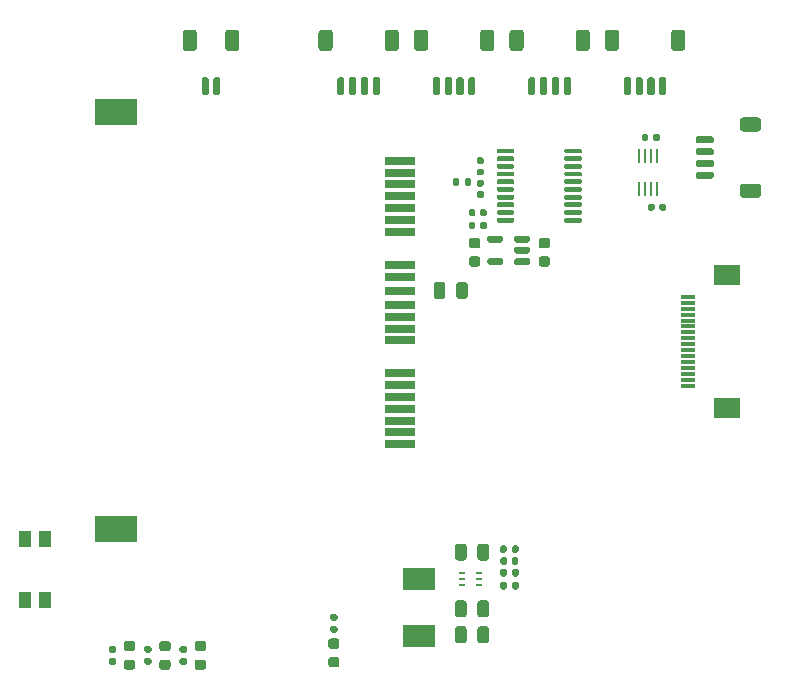
<source format=gbr>
G04 #@! TF.GenerationSoftware,KiCad,Pcbnew,(6.0.9)*
G04 #@! TF.CreationDate,2024-03-03T17:49:26-08:00*
G04 #@! TF.ProjectId,RPI5_CFE,52504935-5f43-4464-952e-6b696361645f,rev?*
G04 #@! TF.SameCoordinates,Original*
G04 #@! TF.FileFunction,Paste,Top*
G04 #@! TF.FilePolarity,Positive*
%FSLAX46Y46*%
G04 Gerber Fmt 4.6, Leading zero omitted, Abs format (unit mm)*
G04 Created by KiCad (PCBNEW (6.0.9)) date 2024-03-03 17:49:26*
%MOMM*%
%LPD*%
G01*
G04 APERTURE LIST*
%ADD10R,1.000000X1.450000*%
%ADD11R,2.790000X1.903000*%
%ADD12R,0.254000X1.168400*%
%ADD13R,2.500000X0.700000*%
%ADD14R,3.600000X2.200000*%
%ADD15R,1.300000X0.300000*%
%ADD16R,2.200000X1.800000*%
%ADD17R,0.609600X0.279400*%
G04 APERTURE END LIST*
G04 #@! TO.C,D3*
G36*
G01*
X13743750Y-52275000D02*
X14256250Y-52275000D01*
G75*
G02*
X14475000Y-52493750I0J-218750D01*
G01*
X14475000Y-52931250D01*
G75*
G02*
X14256250Y-53150000I-218750J0D01*
G01*
X13743750Y-53150000D01*
G75*
G02*
X13525000Y-52931250I0J218750D01*
G01*
X13525000Y-52493750D01*
G75*
G02*
X13743750Y-52275000I218750J0D01*
G01*
G37*
G36*
G01*
X13743750Y-53850000D02*
X14256250Y-53850000D01*
G75*
G02*
X14475000Y-54068750I0J-218750D01*
G01*
X14475000Y-54506250D01*
G75*
G02*
X14256250Y-54725000I-218750J0D01*
G01*
X13743750Y-54725000D01*
G75*
G02*
X13525000Y-54506250I0J218750D01*
G01*
X13525000Y-54068750D01*
G75*
G02*
X13743750Y-53850000I218750J0D01*
G01*
G37*
G04 #@! TD*
D10*
G04 #@! TO.C,SW1*
X2150000Y-43625000D03*
X2150000Y-48775000D03*
X3850000Y-43625000D03*
X3850000Y-48775000D03*
G04 #@! TD*
G04 #@! TO.C,R1*
G36*
G01*
X39930000Y-13215000D02*
X39930000Y-13585000D01*
G75*
G02*
X39795000Y-13720000I-135000J0D01*
G01*
X39525000Y-13720000D01*
G75*
G02*
X39390000Y-13585000I0J135000D01*
G01*
X39390000Y-13215000D01*
G75*
G02*
X39525000Y-13080000I135000J0D01*
G01*
X39795000Y-13080000D01*
G75*
G02*
X39930000Y-13215000I0J-135000D01*
G01*
G37*
G36*
G01*
X38910000Y-13215000D02*
X38910000Y-13585000D01*
G75*
G02*
X38775000Y-13720000I-135000J0D01*
G01*
X38505000Y-13720000D01*
G75*
G02*
X38370000Y-13585000I0J135000D01*
G01*
X38370000Y-13215000D01*
G75*
G02*
X38505000Y-13080000I135000J0D01*
G01*
X38775000Y-13080000D01*
G75*
G02*
X38910000Y-13215000I0J-135000D01*
G01*
G37*
G04 #@! TD*
G04 #@! TO.C,D4*
G36*
G01*
X28556250Y-54513750D02*
X28043750Y-54513750D01*
G75*
G02*
X27825000Y-54295000I0J218750D01*
G01*
X27825000Y-53857500D01*
G75*
G02*
X28043750Y-53638750I218750J0D01*
G01*
X28556250Y-53638750D01*
G75*
G02*
X28775000Y-53857500I0J-218750D01*
G01*
X28775000Y-54295000D01*
G75*
G02*
X28556250Y-54513750I-218750J0D01*
G01*
G37*
G36*
G01*
X28556250Y-52938750D02*
X28043750Y-52938750D01*
G75*
G02*
X27825000Y-52720000I0J218750D01*
G01*
X27825000Y-52282500D01*
G75*
G02*
X28043750Y-52063750I218750J0D01*
G01*
X28556250Y-52063750D01*
G75*
G02*
X28775000Y-52282500I0J-218750D01*
G01*
X28775000Y-52720000D01*
G75*
G02*
X28556250Y-52938750I-218750J0D01*
G01*
G37*
G04 #@! TD*
G04 #@! TO.C,J9*
G36*
G01*
X56450000Y-4675000D02*
X56450000Y-5925000D01*
G75*
G02*
X56300000Y-6075000I-150000J0D01*
G01*
X56000000Y-6075000D01*
G75*
G02*
X55850000Y-5925000I0J150000D01*
G01*
X55850000Y-4675000D01*
G75*
G02*
X56000000Y-4525000I150000J0D01*
G01*
X56300000Y-4525000D01*
G75*
G02*
X56450000Y-4675000I0J-150000D01*
G01*
G37*
G36*
G01*
X55450000Y-4675000D02*
X55450000Y-5925000D01*
G75*
G02*
X55300000Y-6075000I-150000J0D01*
G01*
X55000000Y-6075000D01*
G75*
G02*
X54850000Y-5925000I0J150000D01*
G01*
X54850000Y-4675000D01*
G75*
G02*
X55000000Y-4525000I150000J0D01*
G01*
X55300000Y-4525000D01*
G75*
G02*
X55450000Y-4675000I0J-150000D01*
G01*
G37*
G36*
G01*
X54450000Y-4675000D02*
X54450000Y-5925000D01*
G75*
G02*
X54300000Y-6075000I-150000J0D01*
G01*
X54000000Y-6075000D01*
G75*
G02*
X53850000Y-5925000I0J150000D01*
G01*
X53850000Y-4675000D01*
G75*
G02*
X54000000Y-4525000I150000J0D01*
G01*
X54300000Y-4525000D01*
G75*
G02*
X54450000Y-4675000I0J-150000D01*
G01*
G37*
G36*
G01*
X53450000Y-4675000D02*
X53450000Y-5925000D01*
G75*
G02*
X53300000Y-6075000I-150000J0D01*
G01*
X53000000Y-6075000D01*
G75*
G02*
X52850000Y-5925000I0J150000D01*
G01*
X52850000Y-4675000D01*
G75*
G02*
X53000000Y-4525000I150000J0D01*
G01*
X53300000Y-4525000D01*
G75*
G02*
X53450000Y-4675000I0J-150000D01*
G01*
G37*
G36*
G01*
X52450000Y-775000D02*
X52450000Y-2075000D01*
G75*
G02*
X52200000Y-2325000I-250000J0D01*
G01*
X51500000Y-2325000D01*
G75*
G02*
X51250000Y-2075000I0J250000D01*
G01*
X51250000Y-775000D01*
G75*
G02*
X51500000Y-525000I250000J0D01*
G01*
X52200000Y-525000D01*
G75*
G02*
X52450000Y-775000I0J-250000D01*
G01*
G37*
G36*
G01*
X58050000Y-775000D02*
X58050000Y-2075000D01*
G75*
G02*
X57800000Y-2325000I-250000J0D01*
G01*
X57100000Y-2325000D01*
G75*
G02*
X56850000Y-2075000I0J250000D01*
G01*
X56850000Y-775000D01*
G75*
G02*
X57100000Y-525000I250000J0D01*
G01*
X57800000Y-525000D01*
G75*
G02*
X58050000Y-775000I0J-250000D01*
G01*
G37*
G04 #@! TD*
G04 #@! TO.C,D1*
G36*
G01*
X10743750Y-52275000D02*
X11256250Y-52275000D01*
G75*
G02*
X11475000Y-52493750I0J-218750D01*
G01*
X11475000Y-52931250D01*
G75*
G02*
X11256250Y-53150000I-218750J0D01*
G01*
X10743750Y-53150000D01*
G75*
G02*
X10525000Y-52931250I0J218750D01*
G01*
X10525000Y-52493750D01*
G75*
G02*
X10743750Y-52275000I218750J0D01*
G01*
G37*
G36*
G01*
X10743750Y-53850000D02*
X11256250Y-53850000D01*
G75*
G02*
X11475000Y-54068750I0J-218750D01*
G01*
X11475000Y-54506250D01*
G75*
G02*
X11256250Y-54725000I-218750J0D01*
G01*
X10743750Y-54725000D01*
G75*
G02*
X10525000Y-54506250I0J218750D01*
G01*
X10525000Y-54068750D01*
G75*
G02*
X10743750Y-53850000I218750J0D01*
G01*
G37*
G04 #@! TD*
G04 #@! TO.C,D2*
G36*
G01*
X16743750Y-52275000D02*
X17256250Y-52275000D01*
G75*
G02*
X17475000Y-52493750I0J-218750D01*
G01*
X17475000Y-52931250D01*
G75*
G02*
X17256250Y-53150000I-218750J0D01*
G01*
X16743750Y-53150000D01*
G75*
G02*
X16525000Y-52931250I0J218750D01*
G01*
X16525000Y-52493750D01*
G75*
G02*
X16743750Y-52275000I218750J0D01*
G01*
G37*
G36*
G01*
X16743750Y-53850000D02*
X17256250Y-53850000D01*
G75*
G02*
X17475000Y-54068750I0J-218750D01*
G01*
X17475000Y-54506250D01*
G75*
G02*
X17256250Y-54725000I-218750J0D01*
G01*
X16743750Y-54725000D01*
G75*
G02*
X16525000Y-54506250I0J218750D01*
G01*
X16525000Y-54068750D01*
G75*
G02*
X16743750Y-53850000I218750J0D01*
G01*
G37*
G04 #@! TD*
G04 #@! TO.C,R3*
G36*
G01*
X42389300Y-44685000D02*
X42389300Y-44315000D01*
G75*
G02*
X42524300Y-44180000I135000J0D01*
G01*
X42794300Y-44180000D01*
G75*
G02*
X42929300Y-44315000I0J-135000D01*
G01*
X42929300Y-44685000D01*
G75*
G02*
X42794300Y-44820000I-135000J0D01*
G01*
X42524300Y-44820000D01*
G75*
G02*
X42389300Y-44685000I0J135000D01*
G01*
G37*
G36*
G01*
X43409300Y-44685000D02*
X43409300Y-44315000D01*
G75*
G02*
X43544300Y-44180000I135000J0D01*
G01*
X43814300Y-44180000D01*
G75*
G02*
X43949300Y-44315000I0J-135000D01*
G01*
X43949300Y-44685000D01*
G75*
G02*
X43814300Y-44820000I-135000J0D01*
G01*
X43544300Y-44820000D01*
G75*
G02*
X43409300Y-44685000I0J135000D01*
G01*
G37*
G04 #@! TD*
G04 #@! TO.C,C8*
G36*
G01*
X39650000Y-22125000D02*
X39650000Y-23075000D01*
G75*
G02*
X39400000Y-23325000I-250000J0D01*
G01*
X38900000Y-23325000D01*
G75*
G02*
X38650000Y-23075000I0J250000D01*
G01*
X38650000Y-22125000D01*
G75*
G02*
X38900000Y-21875000I250000J0D01*
G01*
X39400000Y-21875000D01*
G75*
G02*
X39650000Y-22125000I0J-250000D01*
G01*
G37*
G36*
G01*
X37750000Y-22125000D02*
X37750000Y-23075000D01*
G75*
G02*
X37500000Y-23325000I-250000J0D01*
G01*
X37000000Y-23325000D01*
G75*
G02*
X36750000Y-23075000I0J250000D01*
G01*
X36750000Y-22125000D01*
G75*
G02*
X37000000Y-21875000I250000J0D01*
G01*
X37500000Y-21875000D01*
G75*
G02*
X37750000Y-22125000I0J-250000D01*
G01*
G37*
G04 #@! TD*
G04 #@! TO.C,J6*
G36*
G01*
X32200000Y-4675000D02*
X32200000Y-5925000D01*
G75*
G02*
X32050000Y-6075000I-150000J0D01*
G01*
X31750000Y-6075000D01*
G75*
G02*
X31600000Y-5925000I0J150000D01*
G01*
X31600000Y-4675000D01*
G75*
G02*
X31750000Y-4525000I150000J0D01*
G01*
X32050000Y-4525000D01*
G75*
G02*
X32200000Y-4675000I0J-150000D01*
G01*
G37*
G36*
G01*
X31200000Y-4675000D02*
X31200000Y-5925000D01*
G75*
G02*
X31050000Y-6075000I-150000J0D01*
G01*
X30750000Y-6075000D01*
G75*
G02*
X30600000Y-5925000I0J150000D01*
G01*
X30600000Y-4675000D01*
G75*
G02*
X30750000Y-4525000I150000J0D01*
G01*
X31050000Y-4525000D01*
G75*
G02*
X31200000Y-4675000I0J-150000D01*
G01*
G37*
G36*
G01*
X30200000Y-4675000D02*
X30200000Y-5925000D01*
G75*
G02*
X30050000Y-6075000I-150000J0D01*
G01*
X29750000Y-6075000D01*
G75*
G02*
X29600000Y-5925000I0J150000D01*
G01*
X29600000Y-4675000D01*
G75*
G02*
X29750000Y-4525000I150000J0D01*
G01*
X30050000Y-4525000D01*
G75*
G02*
X30200000Y-4675000I0J-150000D01*
G01*
G37*
G36*
G01*
X29200000Y-4675000D02*
X29200000Y-5925000D01*
G75*
G02*
X29050000Y-6075000I-150000J0D01*
G01*
X28750000Y-6075000D01*
G75*
G02*
X28600000Y-5925000I0J150000D01*
G01*
X28600000Y-4675000D01*
G75*
G02*
X28750000Y-4525000I150000J0D01*
G01*
X29050000Y-4525000D01*
G75*
G02*
X29200000Y-4675000I0J-150000D01*
G01*
G37*
G36*
G01*
X28200000Y-775000D02*
X28200000Y-2075000D01*
G75*
G02*
X27950000Y-2325000I-250000J0D01*
G01*
X27250000Y-2325000D01*
G75*
G02*
X27000000Y-2075000I0J250000D01*
G01*
X27000000Y-775000D01*
G75*
G02*
X27250000Y-525000I250000J0D01*
G01*
X27950000Y-525000D01*
G75*
G02*
X28200000Y-775000I0J-250000D01*
G01*
G37*
G36*
G01*
X33800000Y-775000D02*
X33800000Y-2075000D01*
G75*
G02*
X33550000Y-2325000I-250000J0D01*
G01*
X32850000Y-2325000D01*
G75*
G02*
X32600000Y-2075000I0J250000D01*
G01*
X32600000Y-775000D01*
G75*
G02*
X32850000Y-525000I250000J0D01*
G01*
X33550000Y-525000D01*
G75*
G02*
X33800000Y-775000I0J-250000D01*
G01*
G37*
G04 #@! TD*
G04 #@! TO.C,R7*
G36*
G01*
X28115000Y-50008750D02*
X28485000Y-50008750D01*
G75*
G02*
X28620000Y-50143750I0J-135000D01*
G01*
X28620000Y-50413750D01*
G75*
G02*
X28485000Y-50548750I-135000J0D01*
G01*
X28115000Y-50548750D01*
G75*
G02*
X27980000Y-50413750I0J135000D01*
G01*
X27980000Y-50143750D01*
G75*
G02*
X28115000Y-50008750I135000J0D01*
G01*
G37*
G36*
G01*
X28115000Y-51028750D02*
X28485000Y-51028750D01*
G75*
G02*
X28620000Y-51163750I0J-135000D01*
G01*
X28620000Y-51433750D01*
G75*
G02*
X28485000Y-51568750I-135000J0D01*
G01*
X28115000Y-51568750D01*
G75*
G02*
X27980000Y-51433750I0J135000D01*
G01*
X27980000Y-51163750D01*
G75*
G02*
X28115000Y-51028750I135000J0D01*
G01*
G37*
G04 #@! TD*
G04 #@! TO.C,R6*
G36*
G01*
X12365000Y-52720000D02*
X12735000Y-52720000D01*
G75*
G02*
X12870000Y-52855000I0J-135000D01*
G01*
X12870000Y-53125000D01*
G75*
G02*
X12735000Y-53260000I-135000J0D01*
G01*
X12365000Y-53260000D01*
G75*
G02*
X12230000Y-53125000I0J135000D01*
G01*
X12230000Y-52855000D01*
G75*
G02*
X12365000Y-52720000I135000J0D01*
G01*
G37*
G36*
G01*
X12365000Y-53740000D02*
X12735000Y-53740000D01*
G75*
G02*
X12870000Y-53875000I0J-135000D01*
G01*
X12870000Y-54145000D01*
G75*
G02*
X12735000Y-54280000I-135000J0D01*
G01*
X12365000Y-54280000D01*
G75*
G02*
X12230000Y-54145000I0J135000D01*
G01*
X12230000Y-53875000D01*
G75*
G02*
X12365000Y-53740000I135000J0D01*
G01*
G37*
G04 #@! TD*
D11*
G04 #@! TO.C,L1*
X35500000Y-47023500D03*
X35500000Y-51876500D03*
G04 #@! TD*
G04 #@! TO.C,C11*
G36*
G01*
X40470000Y-20595000D02*
X39970000Y-20595000D01*
G75*
G02*
X39745000Y-20370000I0J225000D01*
G01*
X39745000Y-19920000D01*
G75*
G02*
X39970000Y-19695000I225000J0D01*
G01*
X40470000Y-19695000D01*
G75*
G02*
X40695000Y-19920000I0J-225000D01*
G01*
X40695000Y-20370000D01*
G75*
G02*
X40470000Y-20595000I-225000J0D01*
G01*
G37*
G36*
G01*
X40470000Y-19045000D02*
X39970000Y-19045000D01*
G75*
G02*
X39745000Y-18820000I0J225000D01*
G01*
X39745000Y-18370000D01*
G75*
G02*
X39970000Y-18145000I225000J0D01*
G01*
X40470000Y-18145000D01*
G75*
G02*
X40695000Y-18370000I0J-225000D01*
G01*
X40695000Y-18820000D01*
G75*
G02*
X40470000Y-19045000I-225000J0D01*
G01*
G37*
G04 #@! TD*
G04 #@! TO.C,U2*
G36*
G01*
X42087500Y-10900000D02*
X42087500Y-10700000D01*
G75*
G02*
X42187500Y-10600000I100000J0D01*
G01*
X43462500Y-10600000D01*
G75*
G02*
X43562500Y-10700000I0J-100000D01*
G01*
X43562500Y-10900000D01*
G75*
G02*
X43462500Y-11000000I-100000J0D01*
G01*
X42187500Y-11000000D01*
G75*
G02*
X42087500Y-10900000I0J100000D01*
G01*
G37*
G36*
G01*
X42087500Y-11550000D02*
X42087500Y-11350000D01*
G75*
G02*
X42187500Y-11250000I100000J0D01*
G01*
X43462500Y-11250000D01*
G75*
G02*
X43562500Y-11350000I0J-100000D01*
G01*
X43562500Y-11550000D01*
G75*
G02*
X43462500Y-11650000I-100000J0D01*
G01*
X42187500Y-11650000D01*
G75*
G02*
X42087500Y-11550000I0J100000D01*
G01*
G37*
G36*
G01*
X42087500Y-12200000D02*
X42087500Y-12000000D01*
G75*
G02*
X42187500Y-11900000I100000J0D01*
G01*
X43462500Y-11900000D01*
G75*
G02*
X43562500Y-12000000I0J-100000D01*
G01*
X43562500Y-12200000D01*
G75*
G02*
X43462500Y-12300000I-100000J0D01*
G01*
X42187500Y-12300000D01*
G75*
G02*
X42087500Y-12200000I0J100000D01*
G01*
G37*
G36*
G01*
X42087500Y-12850000D02*
X42087500Y-12650000D01*
G75*
G02*
X42187500Y-12550000I100000J0D01*
G01*
X43462500Y-12550000D01*
G75*
G02*
X43562500Y-12650000I0J-100000D01*
G01*
X43562500Y-12850000D01*
G75*
G02*
X43462500Y-12950000I-100000J0D01*
G01*
X42187500Y-12950000D01*
G75*
G02*
X42087500Y-12850000I0J100000D01*
G01*
G37*
G36*
G01*
X42087500Y-13500000D02*
X42087500Y-13300000D01*
G75*
G02*
X42187500Y-13200000I100000J0D01*
G01*
X43462500Y-13200000D01*
G75*
G02*
X43562500Y-13300000I0J-100000D01*
G01*
X43562500Y-13500000D01*
G75*
G02*
X43462500Y-13600000I-100000J0D01*
G01*
X42187500Y-13600000D01*
G75*
G02*
X42087500Y-13500000I0J100000D01*
G01*
G37*
G36*
G01*
X42087500Y-14150000D02*
X42087500Y-13950000D01*
G75*
G02*
X42187500Y-13850000I100000J0D01*
G01*
X43462500Y-13850000D01*
G75*
G02*
X43562500Y-13950000I0J-100000D01*
G01*
X43562500Y-14150000D01*
G75*
G02*
X43462500Y-14250000I-100000J0D01*
G01*
X42187500Y-14250000D01*
G75*
G02*
X42087500Y-14150000I0J100000D01*
G01*
G37*
G36*
G01*
X42087500Y-14800000D02*
X42087500Y-14600000D01*
G75*
G02*
X42187500Y-14500000I100000J0D01*
G01*
X43462500Y-14500000D01*
G75*
G02*
X43562500Y-14600000I0J-100000D01*
G01*
X43562500Y-14800000D01*
G75*
G02*
X43462500Y-14900000I-100000J0D01*
G01*
X42187500Y-14900000D01*
G75*
G02*
X42087500Y-14800000I0J100000D01*
G01*
G37*
G36*
G01*
X42087500Y-15450000D02*
X42087500Y-15250000D01*
G75*
G02*
X42187500Y-15150000I100000J0D01*
G01*
X43462500Y-15150000D01*
G75*
G02*
X43562500Y-15250000I0J-100000D01*
G01*
X43562500Y-15450000D01*
G75*
G02*
X43462500Y-15550000I-100000J0D01*
G01*
X42187500Y-15550000D01*
G75*
G02*
X42087500Y-15450000I0J100000D01*
G01*
G37*
G36*
G01*
X42087500Y-16100000D02*
X42087500Y-15900000D01*
G75*
G02*
X42187500Y-15800000I100000J0D01*
G01*
X43462500Y-15800000D01*
G75*
G02*
X43562500Y-15900000I0J-100000D01*
G01*
X43562500Y-16100000D01*
G75*
G02*
X43462500Y-16200000I-100000J0D01*
G01*
X42187500Y-16200000D01*
G75*
G02*
X42087500Y-16100000I0J100000D01*
G01*
G37*
G36*
G01*
X42087500Y-16750000D02*
X42087500Y-16550000D01*
G75*
G02*
X42187500Y-16450000I100000J0D01*
G01*
X43462500Y-16450000D01*
G75*
G02*
X43562500Y-16550000I0J-100000D01*
G01*
X43562500Y-16750000D01*
G75*
G02*
X43462500Y-16850000I-100000J0D01*
G01*
X42187500Y-16850000D01*
G75*
G02*
X42087500Y-16750000I0J100000D01*
G01*
G37*
G36*
G01*
X47812500Y-16750000D02*
X47812500Y-16550000D01*
G75*
G02*
X47912500Y-16450000I100000J0D01*
G01*
X49187500Y-16450000D01*
G75*
G02*
X49287500Y-16550000I0J-100000D01*
G01*
X49287500Y-16750000D01*
G75*
G02*
X49187500Y-16850000I-100000J0D01*
G01*
X47912500Y-16850000D01*
G75*
G02*
X47812500Y-16750000I0J100000D01*
G01*
G37*
G36*
G01*
X47812500Y-16100000D02*
X47812500Y-15900000D01*
G75*
G02*
X47912500Y-15800000I100000J0D01*
G01*
X49187500Y-15800000D01*
G75*
G02*
X49287500Y-15900000I0J-100000D01*
G01*
X49287500Y-16100000D01*
G75*
G02*
X49187500Y-16200000I-100000J0D01*
G01*
X47912500Y-16200000D01*
G75*
G02*
X47812500Y-16100000I0J100000D01*
G01*
G37*
G36*
G01*
X47812500Y-15450000D02*
X47812500Y-15250000D01*
G75*
G02*
X47912500Y-15150000I100000J0D01*
G01*
X49187500Y-15150000D01*
G75*
G02*
X49287500Y-15250000I0J-100000D01*
G01*
X49287500Y-15450000D01*
G75*
G02*
X49187500Y-15550000I-100000J0D01*
G01*
X47912500Y-15550000D01*
G75*
G02*
X47812500Y-15450000I0J100000D01*
G01*
G37*
G36*
G01*
X47812500Y-14800000D02*
X47812500Y-14600000D01*
G75*
G02*
X47912500Y-14500000I100000J0D01*
G01*
X49187500Y-14500000D01*
G75*
G02*
X49287500Y-14600000I0J-100000D01*
G01*
X49287500Y-14800000D01*
G75*
G02*
X49187500Y-14900000I-100000J0D01*
G01*
X47912500Y-14900000D01*
G75*
G02*
X47812500Y-14800000I0J100000D01*
G01*
G37*
G36*
G01*
X47812500Y-14150000D02*
X47812500Y-13950000D01*
G75*
G02*
X47912500Y-13850000I100000J0D01*
G01*
X49187500Y-13850000D01*
G75*
G02*
X49287500Y-13950000I0J-100000D01*
G01*
X49287500Y-14150000D01*
G75*
G02*
X49187500Y-14250000I-100000J0D01*
G01*
X47912500Y-14250000D01*
G75*
G02*
X47812500Y-14150000I0J100000D01*
G01*
G37*
G36*
G01*
X47812500Y-13500000D02*
X47812500Y-13300000D01*
G75*
G02*
X47912500Y-13200000I100000J0D01*
G01*
X49187500Y-13200000D01*
G75*
G02*
X49287500Y-13300000I0J-100000D01*
G01*
X49287500Y-13500000D01*
G75*
G02*
X49187500Y-13600000I-100000J0D01*
G01*
X47912500Y-13600000D01*
G75*
G02*
X47812500Y-13500000I0J100000D01*
G01*
G37*
G36*
G01*
X47812500Y-12850000D02*
X47812500Y-12650000D01*
G75*
G02*
X47912500Y-12550000I100000J0D01*
G01*
X49187500Y-12550000D01*
G75*
G02*
X49287500Y-12650000I0J-100000D01*
G01*
X49287500Y-12850000D01*
G75*
G02*
X49187500Y-12950000I-100000J0D01*
G01*
X47912500Y-12950000D01*
G75*
G02*
X47812500Y-12850000I0J100000D01*
G01*
G37*
G36*
G01*
X47812500Y-12200000D02*
X47812500Y-12000000D01*
G75*
G02*
X47912500Y-11900000I100000J0D01*
G01*
X49187500Y-11900000D01*
G75*
G02*
X49287500Y-12000000I0J-100000D01*
G01*
X49287500Y-12200000D01*
G75*
G02*
X49187500Y-12300000I-100000J0D01*
G01*
X47912500Y-12300000D01*
G75*
G02*
X47812500Y-12200000I0J100000D01*
G01*
G37*
G36*
G01*
X47812500Y-11550000D02*
X47812500Y-11350000D01*
G75*
G02*
X47912500Y-11250000I100000J0D01*
G01*
X49187500Y-11250000D01*
G75*
G02*
X49287500Y-11350000I0J-100000D01*
G01*
X49287500Y-11550000D01*
G75*
G02*
X49187500Y-11650000I-100000J0D01*
G01*
X47912500Y-11650000D01*
G75*
G02*
X47812500Y-11550000I0J100000D01*
G01*
G37*
G36*
G01*
X47812500Y-10900000D02*
X47812500Y-10700000D01*
G75*
G02*
X47912500Y-10600000I100000J0D01*
G01*
X49187500Y-10600000D01*
G75*
G02*
X49287500Y-10700000I0J-100000D01*
G01*
X49287500Y-10900000D01*
G75*
G02*
X49187500Y-11000000I-100000J0D01*
G01*
X47912500Y-11000000D01*
G75*
G02*
X47812500Y-10900000I0J100000D01*
G01*
G37*
G04 #@! TD*
G04 #@! TO.C,C9*
G36*
G01*
X42409300Y-45670000D02*
X42409300Y-45330000D01*
G75*
G02*
X42549300Y-45190000I140000J0D01*
G01*
X42829300Y-45190000D01*
G75*
G02*
X42969300Y-45330000I0J-140000D01*
G01*
X42969300Y-45670000D01*
G75*
G02*
X42829300Y-45810000I-140000J0D01*
G01*
X42549300Y-45810000D01*
G75*
G02*
X42409300Y-45670000I0J140000D01*
G01*
G37*
G36*
G01*
X43369300Y-45670000D02*
X43369300Y-45330000D01*
G75*
G02*
X43509300Y-45190000I140000J0D01*
G01*
X43789300Y-45190000D01*
G75*
G02*
X43929300Y-45330000I0J-140000D01*
G01*
X43929300Y-45670000D01*
G75*
G02*
X43789300Y-45810000I-140000J0D01*
G01*
X43509300Y-45810000D01*
G75*
G02*
X43369300Y-45670000I0J140000D01*
G01*
G37*
G04 #@! TD*
G04 #@! TO.C,J7*
G36*
G01*
X40283333Y-4675000D02*
X40283333Y-5925000D01*
G75*
G02*
X40133333Y-6075000I-150000J0D01*
G01*
X39833333Y-6075000D01*
G75*
G02*
X39683333Y-5925000I0J150000D01*
G01*
X39683333Y-4675000D01*
G75*
G02*
X39833333Y-4525000I150000J0D01*
G01*
X40133333Y-4525000D01*
G75*
G02*
X40283333Y-4675000I0J-150000D01*
G01*
G37*
G36*
G01*
X39283333Y-4675000D02*
X39283333Y-5925000D01*
G75*
G02*
X39133333Y-6075000I-150000J0D01*
G01*
X38833333Y-6075000D01*
G75*
G02*
X38683333Y-5925000I0J150000D01*
G01*
X38683333Y-4675000D01*
G75*
G02*
X38833333Y-4525000I150000J0D01*
G01*
X39133333Y-4525000D01*
G75*
G02*
X39283333Y-4675000I0J-150000D01*
G01*
G37*
G36*
G01*
X38283333Y-4675000D02*
X38283333Y-5925000D01*
G75*
G02*
X38133333Y-6075000I-150000J0D01*
G01*
X37833333Y-6075000D01*
G75*
G02*
X37683333Y-5925000I0J150000D01*
G01*
X37683333Y-4675000D01*
G75*
G02*
X37833333Y-4525000I150000J0D01*
G01*
X38133333Y-4525000D01*
G75*
G02*
X38283333Y-4675000I0J-150000D01*
G01*
G37*
G36*
G01*
X37283333Y-4675000D02*
X37283333Y-5925000D01*
G75*
G02*
X37133333Y-6075000I-150000J0D01*
G01*
X36833333Y-6075000D01*
G75*
G02*
X36683333Y-5925000I0J150000D01*
G01*
X36683333Y-4675000D01*
G75*
G02*
X36833333Y-4525000I150000J0D01*
G01*
X37133333Y-4525000D01*
G75*
G02*
X37283333Y-4675000I0J-150000D01*
G01*
G37*
G36*
G01*
X41883333Y-775000D02*
X41883333Y-2075000D01*
G75*
G02*
X41633333Y-2325000I-250000J0D01*
G01*
X40933333Y-2325000D01*
G75*
G02*
X40683333Y-2075000I0J250000D01*
G01*
X40683333Y-775000D01*
G75*
G02*
X40933333Y-525000I250000J0D01*
G01*
X41633333Y-525000D01*
G75*
G02*
X41883333Y-775000I0J-250000D01*
G01*
G37*
G36*
G01*
X36283333Y-775000D02*
X36283333Y-2075000D01*
G75*
G02*
X36033333Y-2325000I-250000J0D01*
G01*
X35333333Y-2325000D01*
G75*
G02*
X35083333Y-2075000I0J250000D01*
G01*
X35083333Y-775000D01*
G75*
G02*
X35333333Y-525000I250000J0D01*
G01*
X36033333Y-525000D01*
G75*
G02*
X36283333Y-775000I0J-250000D01*
G01*
G37*
G04 #@! TD*
G04 #@! TO.C,C6*
G36*
G01*
X40870000Y-12860000D02*
X40530000Y-12860000D01*
G75*
G02*
X40390000Y-12720000I0J140000D01*
G01*
X40390000Y-12440000D01*
G75*
G02*
X40530000Y-12300000I140000J0D01*
G01*
X40870000Y-12300000D01*
G75*
G02*
X41010000Y-12440000I0J-140000D01*
G01*
X41010000Y-12720000D01*
G75*
G02*
X40870000Y-12860000I-140000J0D01*
G01*
G37*
G36*
G01*
X40870000Y-11900000D02*
X40530000Y-11900000D01*
G75*
G02*
X40390000Y-11760000I0J140000D01*
G01*
X40390000Y-11480000D01*
G75*
G02*
X40530000Y-11340000I140000J0D01*
G01*
X40870000Y-11340000D01*
G75*
G02*
X41010000Y-11480000I0J-140000D01*
G01*
X41010000Y-11760000D01*
G75*
G02*
X40870000Y-11900000I-140000J0D01*
G01*
G37*
G04 #@! TD*
G04 #@! TO.C,C1*
G36*
G01*
X38550000Y-45225000D02*
X38550000Y-44275000D01*
G75*
G02*
X38800000Y-44025000I250000J0D01*
G01*
X39300000Y-44025000D01*
G75*
G02*
X39550000Y-44275000I0J-250000D01*
G01*
X39550000Y-45225000D01*
G75*
G02*
X39300000Y-45475000I-250000J0D01*
G01*
X38800000Y-45475000D01*
G75*
G02*
X38550000Y-45225000I0J250000D01*
G01*
G37*
G36*
G01*
X40450000Y-45225000D02*
X40450000Y-44275000D01*
G75*
G02*
X40700000Y-44025000I250000J0D01*
G01*
X41200000Y-44025000D01*
G75*
G02*
X41450000Y-44275000I0J-250000D01*
G01*
X41450000Y-45225000D01*
G75*
G02*
X41200000Y-45475000I-250000J0D01*
G01*
X40700000Y-45475000D01*
G75*
G02*
X40450000Y-45225000I0J250000D01*
G01*
G37*
G04 #@! TD*
D12*
G04 #@! TO.C,U4*
X55650001Y-11228400D03*
X55150000Y-11228400D03*
X54650000Y-11228400D03*
X54149999Y-11228400D03*
X54149999Y-13971600D03*
X54650000Y-13971600D03*
X55150000Y-13971600D03*
X55650001Y-13971600D03*
G04 #@! TD*
G04 #@! TO.C,C10*
G36*
G01*
X45870000Y-18145000D02*
X46370000Y-18145000D01*
G75*
G02*
X46595000Y-18370000I0J-225000D01*
G01*
X46595000Y-18820000D01*
G75*
G02*
X46370000Y-19045000I-225000J0D01*
G01*
X45870000Y-19045000D01*
G75*
G02*
X45645000Y-18820000I0J225000D01*
G01*
X45645000Y-18370000D01*
G75*
G02*
X45870000Y-18145000I225000J0D01*
G01*
G37*
G36*
G01*
X45870000Y-19695000D02*
X46370000Y-19695000D01*
G75*
G02*
X46595000Y-19920000I0J-225000D01*
G01*
X46595000Y-20370000D01*
G75*
G02*
X46370000Y-20595000I-225000J0D01*
G01*
X45870000Y-20595000D01*
G75*
G02*
X45645000Y-20370000I0J225000D01*
G01*
X45645000Y-19920000D01*
G75*
G02*
X45870000Y-19695000I225000J0D01*
G01*
G37*
G04 #@! TD*
G04 #@! TO.C,C13*
G36*
G01*
X54890000Y-15720000D02*
X54890000Y-15380000D01*
G75*
G02*
X55030000Y-15240000I140000J0D01*
G01*
X55310000Y-15240000D01*
G75*
G02*
X55450000Y-15380000I0J-140000D01*
G01*
X55450000Y-15720000D01*
G75*
G02*
X55310000Y-15860000I-140000J0D01*
G01*
X55030000Y-15860000D01*
G75*
G02*
X54890000Y-15720000I0J140000D01*
G01*
G37*
G36*
G01*
X55850000Y-15720000D02*
X55850000Y-15380000D01*
G75*
G02*
X55990000Y-15240000I140000J0D01*
G01*
X56270000Y-15240000D01*
G75*
G02*
X56410000Y-15380000I0J-140000D01*
G01*
X56410000Y-15720000D01*
G75*
G02*
X56270000Y-15860000I-140000J0D01*
G01*
X55990000Y-15860000D01*
G75*
G02*
X55850000Y-15720000I0J140000D01*
G01*
G37*
G04 #@! TD*
D13*
G04 #@! TO.C,J3*
X33925000Y-11625000D03*
X33925000Y-12625000D03*
X33925000Y-13625000D03*
X33925000Y-14625000D03*
X33925000Y-15625000D03*
X33925000Y-16625000D03*
X33925000Y-17625000D03*
X33925000Y-20425000D03*
X33925000Y-21425000D03*
X33925000Y-22625000D03*
X33925000Y-23825000D03*
X33925000Y-24825000D03*
X33925000Y-25825000D03*
X33925000Y-26825000D03*
X33925000Y-29625000D03*
X33925000Y-30625000D03*
X33925000Y-31625000D03*
X33925000Y-32625000D03*
X33925000Y-33625000D03*
X33925000Y-34625000D03*
X33925000Y-35625000D03*
D14*
X9825000Y-7470000D03*
X9825000Y-42820000D03*
G04 #@! TD*
G04 #@! TO.C,C3*
G36*
G01*
X41450000Y-51275000D02*
X41450000Y-52225000D01*
G75*
G02*
X41200000Y-52475000I-250000J0D01*
G01*
X40700000Y-52475000D01*
G75*
G02*
X40450000Y-52225000I0J250000D01*
G01*
X40450000Y-51275000D01*
G75*
G02*
X40700000Y-51025000I250000J0D01*
G01*
X41200000Y-51025000D01*
G75*
G02*
X41450000Y-51275000I0J-250000D01*
G01*
G37*
G36*
G01*
X39550000Y-51275000D02*
X39550000Y-52225000D01*
G75*
G02*
X39300000Y-52475000I-250000J0D01*
G01*
X38800000Y-52475000D01*
G75*
G02*
X38550000Y-52225000I0J250000D01*
G01*
X38550000Y-51275000D01*
G75*
G02*
X38800000Y-51025000I250000J0D01*
G01*
X39300000Y-51025000D01*
G75*
G02*
X39550000Y-51275000I0J-250000D01*
G01*
G37*
G04 #@! TD*
G04 #@! TO.C,J8*
G36*
G01*
X48366666Y-4675000D02*
X48366666Y-5925000D01*
G75*
G02*
X48216666Y-6075000I-150000J0D01*
G01*
X47916666Y-6075000D01*
G75*
G02*
X47766666Y-5925000I0J150000D01*
G01*
X47766666Y-4675000D01*
G75*
G02*
X47916666Y-4525000I150000J0D01*
G01*
X48216666Y-4525000D01*
G75*
G02*
X48366666Y-4675000I0J-150000D01*
G01*
G37*
G36*
G01*
X47366666Y-4675000D02*
X47366666Y-5925000D01*
G75*
G02*
X47216666Y-6075000I-150000J0D01*
G01*
X46916666Y-6075000D01*
G75*
G02*
X46766666Y-5925000I0J150000D01*
G01*
X46766666Y-4675000D01*
G75*
G02*
X46916666Y-4525000I150000J0D01*
G01*
X47216666Y-4525000D01*
G75*
G02*
X47366666Y-4675000I0J-150000D01*
G01*
G37*
G36*
G01*
X46366666Y-4675000D02*
X46366666Y-5925000D01*
G75*
G02*
X46216666Y-6075000I-150000J0D01*
G01*
X45916666Y-6075000D01*
G75*
G02*
X45766666Y-5925000I0J150000D01*
G01*
X45766666Y-4675000D01*
G75*
G02*
X45916666Y-4525000I150000J0D01*
G01*
X46216666Y-4525000D01*
G75*
G02*
X46366666Y-4675000I0J-150000D01*
G01*
G37*
G36*
G01*
X45366666Y-4675000D02*
X45366666Y-5925000D01*
G75*
G02*
X45216666Y-6075000I-150000J0D01*
G01*
X44916666Y-6075000D01*
G75*
G02*
X44766666Y-5925000I0J150000D01*
G01*
X44766666Y-4675000D01*
G75*
G02*
X44916666Y-4525000I150000J0D01*
G01*
X45216666Y-4525000D01*
G75*
G02*
X45366666Y-4675000I0J-150000D01*
G01*
G37*
G36*
G01*
X49966666Y-775000D02*
X49966666Y-2075000D01*
G75*
G02*
X49716666Y-2325000I-250000J0D01*
G01*
X49016666Y-2325000D01*
G75*
G02*
X48766666Y-2075000I0J250000D01*
G01*
X48766666Y-775000D01*
G75*
G02*
X49016666Y-525000I250000J0D01*
G01*
X49716666Y-525000D01*
G75*
G02*
X49966666Y-775000I0J-250000D01*
G01*
G37*
G36*
G01*
X44366666Y-775000D02*
X44366666Y-2075000D01*
G75*
G02*
X44116666Y-2325000I-250000J0D01*
G01*
X43416666Y-2325000D01*
G75*
G02*
X43166666Y-2075000I0J250000D01*
G01*
X43166666Y-775000D01*
G75*
G02*
X43416666Y-525000I250000J0D01*
G01*
X44116666Y-525000D01*
G75*
G02*
X44366666Y-775000I0J-250000D01*
G01*
G37*
G04 #@! TD*
G04 #@! TO.C,C5*
G36*
G01*
X41247500Y-16930000D02*
X41247500Y-17270000D01*
G75*
G02*
X41107500Y-17410000I-140000J0D01*
G01*
X40827500Y-17410000D01*
G75*
G02*
X40687500Y-17270000I0J140000D01*
G01*
X40687500Y-16930000D01*
G75*
G02*
X40827500Y-16790000I140000J0D01*
G01*
X41107500Y-16790000D01*
G75*
G02*
X41247500Y-16930000I0J-140000D01*
G01*
G37*
G36*
G01*
X40287500Y-16930000D02*
X40287500Y-17270000D01*
G75*
G02*
X40147500Y-17410000I-140000J0D01*
G01*
X39867500Y-17410000D01*
G75*
G02*
X39727500Y-17270000I0J140000D01*
G01*
X39727500Y-16930000D01*
G75*
G02*
X39867500Y-16790000I140000J0D01*
G01*
X40147500Y-16790000D01*
G75*
G02*
X40287500Y-16930000I0J-140000D01*
G01*
G37*
G04 #@! TD*
G04 #@! TO.C,J2*
G36*
G01*
X18700000Y-4675000D02*
X18700000Y-5925000D01*
G75*
G02*
X18550000Y-6075000I-150000J0D01*
G01*
X18250000Y-6075000D01*
G75*
G02*
X18100000Y-5925000I0J150000D01*
G01*
X18100000Y-4675000D01*
G75*
G02*
X18250000Y-4525000I150000J0D01*
G01*
X18550000Y-4525000D01*
G75*
G02*
X18700000Y-4675000I0J-150000D01*
G01*
G37*
G36*
G01*
X17700000Y-4675000D02*
X17700000Y-5925000D01*
G75*
G02*
X17550000Y-6075000I-150000J0D01*
G01*
X17250000Y-6075000D01*
G75*
G02*
X17100000Y-5925000I0J150000D01*
G01*
X17100000Y-4675000D01*
G75*
G02*
X17250000Y-4525000I150000J0D01*
G01*
X17550000Y-4525000D01*
G75*
G02*
X17700000Y-4675000I0J-150000D01*
G01*
G37*
G36*
G01*
X20300000Y-775000D02*
X20300000Y-2075000D01*
G75*
G02*
X20050000Y-2325000I-250000J0D01*
G01*
X19350000Y-2325000D01*
G75*
G02*
X19100000Y-2075000I0J250000D01*
G01*
X19100000Y-775000D01*
G75*
G02*
X19350000Y-525000I250000J0D01*
G01*
X20050000Y-525000D01*
G75*
G02*
X20300000Y-775000I0J-250000D01*
G01*
G37*
G36*
G01*
X16700000Y-775000D02*
X16700000Y-2075000D01*
G75*
G02*
X16450000Y-2325000I-250000J0D01*
G01*
X15750000Y-2325000D01*
G75*
G02*
X15500000Y-2075000I0J250000D01*
G01*
X15500000Y-775000D01*
G75*
G02*
X15750000Y-525000I250000J0D01*
G01*
X16450000Y-525000D01*
G75*
G02*
X16700000Y-775000I0J-250000D01*
G01*
G37*
G04 #@! TD*
G04 #@! TO.C,J4*
G36*
G01*
X60325000Y-13150000D02*
X59075000Y-13150000D01*
G75*
G02*
X58925000Y-13000000I0J150000D01*
G01*
X58925000Y-12700000D01*
G75*
G02*
X59075000Y-12550000I150000J0D01*
G01*
X60325000Y-12550000D01*
G75*
G02*
X60475000Y-12700000I0J-150000D01*
G01*
X60475000Y-13000000D01*
G75*
G02*
X60325000Y-13150000I-150000J0D01*
G01*
G37*
G36*
G01*
X60325000Y-12150000D02*
X59075000Y-12150000D01*
G75*
G02*
X58925000Y-12000000I0J150000D01*
G01*
X58925000Y-11700000D01*
G75*
G02*
X59075000Y-11550000I150000J0D01*
G01*
X60325000Y-11550000D01*
G75*
G02*
X60475000Y-11700000I0J-150000D01*
G01*
X60475000Y-12000000D01*
G75*
G02*
X60325000Y-12150000I-150000J0D01*
G01*
G37*
G36*
G01*
X60325000Y-11150000D02*
X59075000Y-11150000D01*
G75*
G02*
X58925000Y-11000000I0J150000D01*
G01*
X58925000Y-10700000D01*
G75*
G02*
X59075000Y-10550000I150000J0D01*
G01*
X60325000Y-10550000D01*
G75*
G02*
X60475000Y-10700000I0J-150000D01*
G01*
X60475000Y-11000000D01*
G75*
G02*
X60325000Y-11150000I-150000J0D01*
G01*
G37*
G36*
G01*
X60325000Y-10150000D02*
X59075000Y-10150000D01*
G75*
G02*
X58925000Y-10000000I0J150000D01*
G01*
X58925000Y-9700000D01*
G75*
G02*
X59075000Y-9550000I150000J0D01*
G01*
X60325000Y-9550000D01*
G75*
G02*
X60475000Y-9700000I0J-150000D01*
G01*
X60475000Y-10000000D01*
G75*
G02*
X60325000Y-10150000I-150000J0D01*
G01*
G37*
G36*
G01*
X64225000Y-9150000D02*
X62925000Y-9150000D01*
G75*
G02*
X62675000Y-8900000I0J250000D01*
G01*
X62675000Y-8200000D01*
G75*
G02*
X62925000Y-7950000I250000J0D01*
G01*
X64225000Y-7950000D01*
G75*
G02*
X64475000Y-8200000I0J-250000D01*
G01*
X64475000Y-8900000D01*
G75*
G02*
X64225000Y-9150000I-250000J0D01*
G01*
G37*
G36*
G01*
X64225000Y-14750000D02*
X62925000Y-14750000D01*
G75*
G02*
X62675000Y-14500000I0J250000D01*
G01*
X62675000Y-13800000D01*
G75*
G02*
X62925000Y-13550000I250000J0D01*
G01*
X64225000Y-13550000D01*
G75*
G02*
X64475000Y-13800000I0J-250000D01*
G01*
X64475000Y-14500000D01*
G75*
G02*
X64225000Y-14750000I-250000J0D01*
G01*
G37*
G04 #@! TD*
G04 #@! TO.C,R4*
G36*
G01*
X9365000Y-52720000D02*
X9735000Y-52720000D01*
G75*
G02*
X9870000Y-52855000I0J-135000D01*
G01*
X9870000Y-53125000D01*
G75*
G02*
X9735000Y-53260000I-135000J0D01*
G01*
X9365000Y-53260000D01*
G75*
G02*
X9230000Y-53125000I0J135000D01*
G01*
X9230000Y-52855000D01*
G75*
G02*
X9365000Y-52720000I135000J0D01*
G01*
G37*
G36*
G01*
X9365000Y-53740000D02*
X9735000Y-53740000D01*
G75*
G02*
X9870000Y-53875000I0J-135000D01*
G01*
X9870000Y-54145000D01*
G75*
G02*
X9735000Y-54280000I-135000J0D01*
G01*
X9365000Y-54280000D01*
G75*
G02*
X9230000Y-54145000I0J135000D01*
G01*
X9230000Y-53875000D01*
G75*
G02*
X9365000Y-53740000I135000J0D01*
G01*
G37*
G04 #@! TD*
G04 #@! TO.C,R14*
G36*
G01*
X43949300Y-47415000D02*
X43949300Y-47785000D01*
G75*
G02*
X43814300Y-47920000I-135000J0D01*
G01*
X43544300Y-47920000D01*
G75*
G02*
X43409300Y-47785000I0J135000D01*
G01*
X43409300Y-47415000D01*
G75*
G02*
X43544300Y-47280000I135000J0D01*
G01*
X43814300Y-47280000D01*
G75*
G02*
X43949300Y-47415000I0J-135000D01*
G01*
G37*
G36*
G01*
X42929300Y-47415000D02*
X42929300Y-47785000D01*
G75*
G02*
X42794300Y-47920000I-135000J0D01*
G01*
X42524300Y-47920000D01*
G75*
G02*
X42389300Y-47785000I0J135000D01*
G01*
X42389300Y-47415000D01*
G75*
G02*
X42524300Y-47280000I135000J0D01*
G01*
X42794300Y-47280000D01*
G75*
G02*
X42929300Y-47415000I0J-135000D01*
G01*
G37*
G04 #@! TD*
G04 #@! TO.C,C2*
G36*
G01*
X38550000Y-50025000D02*
X38550000Y-49075000D01*
G75*
G02*
X38800000Y-48825000I250000J0D01*
G01*
X39300000Y-48825000D01*
G75*
G02*
X39550000Y-49075000I0J-250000D01*
G01*
X39550000Y-50025000D01*
G75*
G02*
X39300000Y-50275000I-250000J0D01*
G01*
X38800000Y-50275000D01*
G75*
G02*
X38550000Y-50025000I0J250000D01*
G01*
G37*
G36*
G01*
X40450000Y-50025000D02*
X40450000Y-49075000D01*
G75*
G02*
X40700000Y-48825000I250000J0D01*
G01*
X41200000Y-48825000D01*
G75*
G02*
X41450000Y-49075000I0J-250000D01*
G01*
X41450000Y-50025000D01*
G75*
G02*
X41200000Y-50275000I-250000J0D01*
G01*
X40700000Y-50275000D01*
G75*
G02*
X40450000Y-50025000I0J250000D01*
G01*
G37*
G04 #@! TD*
G04 #@! TO.C,C7*
G36*
G01*
X41247500Y-15855000D02*
X41247500Y-16195000D01*
G75*
G02*
X41107500Y-16335000I-140000J0D01*
G01*
X40827500Y-16335000D01*
G75*
G02*
X40687500Y-16195000I0J140000D01*
G01*
X40687500Y-15855000D01*
G75*
G02*
X40827500Y-15715000I140000J0D01*
G01*
X41107500Y-15715000D01*
G75*
G02*
X41247500Y-15855000I0J-140000D01*
G01*
G37*
G36*
G01*
X40287500Y-15855000D02*
X40287500Y-16195000D01*
G75*
G02*
X40147500Y-16335000I-140000J0D01*
G01*
X39867500Y-16335000D01*
G75*
G02*
X39727500Y-16195000I0J140000D01*
G01*
X39727500Y-15855000D01*
G75*
G02*
X39867500Y-15715000I140000J0D01*
G01*
X40147500Y-15715000D01*
G75*
G02*
X40287500Y-15855000I0J-140000D01*
G01*
G37*
G04 #@! TD*
G04 #@! TO.C,C12*
G36*
G01*
X54365000Y-9820000D02*
X54365000Y-9480000D01*
G75*
G02*
X54505000Y-9340000I140000J0D01*
G01*
X54785000Y-9340000D01*
G75*
G02*
X54925000Y-9480000I0J-140000D01*
G01*
X54925000Y-9820000D01*
G75*
G02*
X54785000Y-9960000I-140000J0D01*
G01*
X54505000Y-9960000D01*
G75*
G02*
X54365000Y-9820000I0J140000D01*
G01*
G37*
G36*
G01*
X55325000Y-9820000D02*
X55325000Y-9480000D01*
G75*
G02*
X55465000Y-9340000I140000J0D01*
G01*
X55745000Y-9340000D01*
G75*
G02*
X55885000Y-9480000I0J-140000D01*
G01*
X55885000Y-9820000D01*
G75*
G02*
X55745000Y-9960000I-140000J0D01*
G01*
X55465000Y-9960000D01*
G75*
G02*
X55325000Y-9820000I0J140000D01*
G01*
G37*
G04 #@! TD*
G04 #@! TO.C,U3*
G36*
G01*
X44900000Y-20000000D02*
X44900000Y-20300000D01*
G75*
G02*
X44750000Y-20450000I-150000J0D01*
G01*
X43725000Y-20450000D01*
G75*
G02*
X43575000Y-20300000I0J150000D01*
G01*
X43575000Y-20000000D01*
G75*
G02*
X43725000Y-19850000I150000J0D01*
G01*
X44750000Y-19850000D01*
G75*
G02*
X44900000Y-20000000I0J-150000D01*
G01*
G37*
G36*
G01*
X44900000Y-19050000D02*
X44900000Y-19350000D01*
G75*
G02*
X44750000Y-19500000I-150000J0D01*
G01*
X43725000Y-19500000D01*
G75*
G02*
X43575000Y-19350000I0J150000D01*
G01*
X43575000Y-19050000D01*
G75*
G02*
X43725000Y-18900000I150000J0D01*
G01*
X44750000Y-18900000D01*
G75*
G02*
X44900000Y-19050000I0J-150000D01*
G01*
G37*
G36*
G01*
X44900000Y-18100000D02*
X44900000Y-18400000D01*
G75*
G02*
X44750000Y-18550000I-150000J0D01*
G01*
X43725000Y-18550000D01*
G75*
G02*
X43575000Y-18400000I0J150000D01*
G01*
X43575000Y-18100000D01*
G75*
G02*
X43725000Y-17950000I150000J0D01*
G01*
X44750000Y-17950000D01*
G75*
G02*
X44900000Y-18100000I0J-150000D01*
G01*
G37*
G36*
G01*
X42625000Y-18100000D02*
X42625000Y-18400000D01*
G75*
G02*
X42475000Y-18550000I-150000J0D01*
G01*
X41450000Y-18550000D01*
G75*
G02*
X41300000Y-18400000I0J150000D01*
G01*
X41300000Y-18100000D01*
G75*
G02*
X41450000Y-17950000I150000J0D01*
G01*
X42475000Y-17950000D01*
G75*
G02*
X42625000Y-18100000I0J-150000D01*
G01*
G37*
G36*
G01*
X42625000Y-20000000D02*
X42625000Y-20300000D01*
G75*
G02*
X42475000Y-20450000I-150000J0D01*
G01*
X41450000Y-20450000D01*
G75*
G02*
X41300000Y-20300000I0J150000D01*
G01*
X41300000Y-20000000D01*
G75*
G02*
X41450000Y-19850000I150000J0D01*
G01*
X42475000Y-19850000D01*
G75*
G02*
X42625000Y-20000000I0J-150000D01*
G01*
G37*
G04 #@! TD*
D15*
G04 #@! TO.C,J1*
X58300000Y-30650000D03*
X58300000Y-30150000D03*
X58300000Y-29650000D03*
X58300000Y-29150000D03*
X58300000Y-28650000D03*
X58300000Y-28150000D03*
X58300000Y-27650000D03*
X58300000Y-27150000D03*
X58300000Y-26650000D03*
X58300000Y-26150000D03*
X58300000Y-25650000D03*
X58300000Y-25150000D03*
X58300000Y-24650000D03*
X58300000Y-24150000D03*
X58300000Y-23650000D03*
X58300000Y-23150000D03*
D16*
X61550000Y-21250000D03*
X61550000Y-32550000D03*
G04 #@! TD*
G04 #@! TO.C,R5*
G36*
G01*
X15365000Y-52720000D02*
X15735000Y-52720000D01*
G75*
G02*
X15870000Y-52855000I0J-135000D01*
G01*
X15870000Y-53125000D01*
G75*
G02*
X15735000Y-53260000I-135000J0D01*
G01*
X15365000Y-53260000D01*
G75*
G02*
X15230000Y-53125000I0J135000D01*
G01*
X15230000Y-52855000D01*
G75*
G02*
X15365000Y-52720000I135000J0D01*
G01*
G37*
G36*
G01*
X15365000Y-53740000D02*
X15735000Y-53740000D01*
G75*
G02*
X15870000Y-53875000I0J-135000D01*
G01*
X15870000Y-54145000D01*
G75*
G02*
X15735000Y-54280000I-135000J0D01*
G01*
X15365000Y-54280000D01*
G75*
G02*
X15230000Y-54145000I0J135000D01*
G01*
X15230000Y-53875000D01*
G75*
G02*
X15365000Y-53740000I135000J0D01*
G01*
G37*
G04 #@! TD*
G04 #@! TO.C,R2*
G36*
G01*
X43949300Y-46321100D02*
X43949300Y-46691100D01*
G75*
G02*
X43814300Y-46826100I-135000J0D01*
G01*
X43544300Y-46826100D01*
G75*
G02*
X43409300Y-46691100I0J135000D01*
G01*
X43409300Y-46321100D01*
G75*
G02*
X43544300Y-46186100I135000J0D01*
G01*
X43814300Y-46186100D01*
G75*
G02*
X43949300Y-46321100I0J-135000D01*
G01*
G37*
G36*
G01*
X42929300Y-46321100D02*
X42929300Y-46691100D01*
G75*
G02*
X42794300Y-46826100I-135000J0D01*
G01*
X42524300Y-46826100D01*
G75*
G02*
X42389300Y-46691100I0J135000D01*
G01*
X42389300Y-46321100D01*
G75*
G02*
X42524300Y-46186100I135000J0D01*
G01*
X42794300Y-46186100D01*
G75*
G02*
X42929300Y-46321100I0J-135000D01*
G01*
G37*
G04 #@! TD*
D17*
G04 #@! TO.C,U1*
X39110000Y-46549874D03*
X39110000Y-47050000D03*
X39110000Y-47550126D03*
X40608600Y-47550126D03*
X40608600Y-47050000D03*
X40608600Y-46549874D03*
G04 #@! TD*
G04 #@! TO.C,C4*
G36*
G01*
X40530000Y-13240000D02*
X40870000Y-13240000D01*
G75*
G02*
X41010000Y-13380000I0J-140000D01*
G01*
X41010000Y-13660000D01*
G75*
G02*
X40870000Y-13800000I-140000J0D01*
G01*
X40530000Y-13800000D01*
G75*
G02*
X40390000Y-13660000I0J140000D01*
G01*
X40390000Y-13380000D01*
G75*
G02*
X40530000Y-13240000I140000J0D01*
G01*
G37*
G36*
G01*
X40530000Y-14200000D02*
X40870000Y-14200000D01*
G75*
G02*
X41010000Y-14340000I0J-140000D01*
G01*
X41010000Y-14620000D01*
G75*
G02*
X40870000Y-14760000I-140000J0D01*
G01*
X40530000Y-14760000D01*
G75*
G02*
X40390000Y-14620000I0J140000D01*
G01*
X40390000Y-14340000D01*
G75*
G02*
X40530000Y-14200000I140000J0D01*
G01*
G37*
G04 #@! TD*
M02*

</source>
